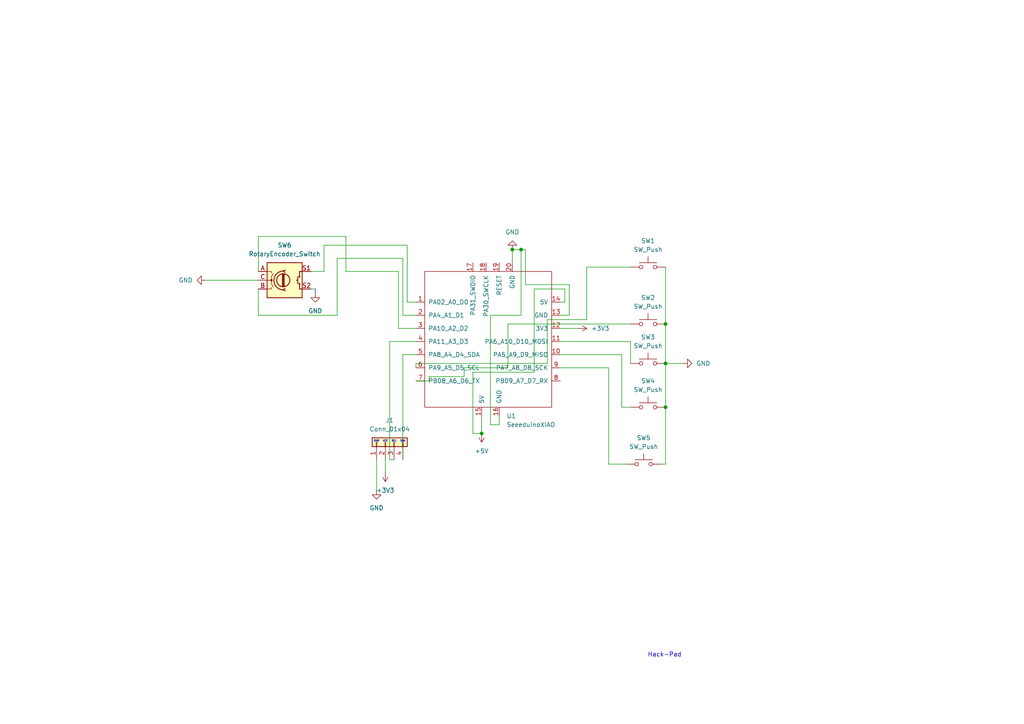
<source format=kicad_sch>
(kicad_sch (version 20250114) (generator "eeschema") (generator_version "9.0")
  (paper "A4")
  (lib_symbols
    (symbol "Connector_Generic:Conn_01x04" (pin_names (offset 1.016) (hide yes))
      (property "Reference" "J" (at 0 5.08 0))
      (property "Value" "Conn_01x04" (at 0 -7.62 0))
      (symbol "Conn_01x04_1_1"
        (rectangle (start -1.27 3.81) (end 1.27 -6.35) (stroke (width 0.254)) (fill (type background)))
        (rectangle (start -1.27 2.667) (end 0 2.413) (stroke (width 0.1524)))
        (rectangle (start -1.27 0.127) (end 0 -0.127) (stroke (width 0.1524)))
        (rectangle (start -1.27 -2.413) (end 0 -2.667) (stroke (width 0.1524)))
        (rectangle (start -1.27 -4.953) (end 0 -5.207) (stroke (width 0.1524)))
        (pin passive line (at -5.08 2.54 0) (length 3.81) (name "Pin_1") (number "1"))
        (pin passive line (at -5.08 0 0) (length 3.81) (name "Pin_2") (number "2"))
        (pin passive line (at -5.08 -2.54 0) (length 3.81) (name "Pin_3") (number "3"))
        (pin passive line (at -5.08 -5.08 0) (length 3.81) (name "Pin_4") (number "4"))
      )
    )
    (symbol "Device:RotaryEncoder_Switch" (pin_names (offset 0.254) (hide yes))
      (property "Reference" "SW" (at 0 6.604 0))
      (property "Value" "RotaryEncoder_Switch" (at 0 -6.604 0))
      (symbol "RotaryEncoder_Switch_0_1"
        (rectangle (start -5.08 5.08) (end 5.08 -5.08) (stroke (width 0.254)) (fill (type background)))
        (polyline (pts (xy -5.08 2.54) (xy -3.81 2.54) (xy -3.81 2.032)))
        (polyline (pts (xy -5.08 0) (xy -3.81 0) (xy -3.81 -1.016) (xy -3.302 -2.032)))
        (polyline (pts (xy -5.08 -2.54) (xy -3.81 -2.54) (xy -3.81 -2.032)))
        (polyline (pts (xy -4.318 0) (xy -3.81 0) (xy -3.81 1.016) (xy -3.302 2.032)))
        (circle (center -3.81 0) (radius 0.254) (fill (type outline)))
        (polyline (pts (xy -0.635 -1.778) (xy -0.635 1.778)) (stroke (width 0.254)))
        (circle (center -0.381 0) (radius 1.905) (stroke (width 0.254)))
        (polyline (pts (xy -0.381 -1.778) (xy -0.381 1.778)) (stroke (width 0.254)))
        (arc (start -0.381 -2.794) (mid -3.0988 -0.0635) (end -0.381 2.667) (stroke (width 0.254)))
        (polyline (pts (xy -0.127 1.778) (xy -0.127 -1.778)) (stroke (width 0.254)))
        (polyline (pts (xy 0.254 2.921) (xy -0.508 2.667) (xy 0.127 2.286)) (stroke (width 0.254)))
        (polyline (pts (xy 0.254 -3.048) (xy -0.508 -2.794) (xy 0.127 -2.413)) (stroke (width 0.254)))
        (polyline (pts (xy 3.81 1.016) (xy 3.81 -1.016)) (stroke (width 0.254)))
        (polyline (pts (xy 3.81 0) (xy 3.429 0)) (stroke (width 0.254)))
        (circle (center 4.318 1.016) (radius 0.127) (stroke (width 0.254)))
        (circle (center 4.318 -1.016) (radius 0.127) (stroke (width 0.254)))
        (polyline (pts (xy 5.08 2.54) (xy 4.318 2.54) (xy 4.318 1.016)) (stroke (width 0.254)))
        (polyline (pts (xy 5.08 -2.54) (xy 4.318 -2.54) (xy 4.318 -1.016)) (stroke (width 0.254)))
      )
      (symbol "RotaryEncoder_Switch_1_1"
        (pin passive line (at -7.62 2.54 0) (length 2.54) (name "A") (number "A"))
        (pin passive line (at -7.62 0 0) (length 2.54) (name "C") (number "C"))
        (pin passive line (at -7.62 -2.54 0) (length 2.54) (name "B") (number "B"))
        (pin passive line (at 7.62 2.54 180) (length 2.54) (name "S1") (number "S1"))
        (pin passive line (at 7.62 -2.54 180) (length 2.54) (name "S2") (number "S2"))
      )
    )
    (symbol "Seeeduino XIAO:SeeeduinoXIAO" (pin_names (offset 1.016))
      (property "Reference" "U" (at -19.05 22.86 0))
      (property "Value" "SeeeduinoXIAO" (at -12.7 21.59 0))
      (symbol "SeeeduinoXIAO_0_1"
        (rectangle (start -19.05 20.32) (end 17.78 -19.05))
      )
      (symbol "SeeeduinoXIAO_1_1"
        (pin unspecified line (at -21.59 11.43 0) (length 2.54) (name "PA02_A0_D0") (number "1"))
        (pin unspecified line (at -21.59 7.62 0) (length 2.54) (name "PA4_A1_D1") (number "2"))
        (pin unspecified line (at -21.59 3.81 0) (length 2.54) (name "PA10_A2_D2") (number "3"))
        (pin unspecified line (at -21.59 0 0) (length 2.54) (name "PA11_A3_D3") (number "4"))
        (pin unspecified line (at -21.59 -3.81 0) (length 2.54) (name "PA8_A4_D4_SDA") (number "5"))
        (pin unspecified line (at -21.59 -7.62 0) (length 2.54) (name "PA9_A5_D5_SCL") (number "6"))
        (pin unspecified line (at -21.59 -11.43 0) (length 2.54) (name "PB08_A6_D6_TX") (number "7"))
        (pin input line (at -5.08 22.86 270) (length 2.54) (name "PA31_SWDIO") (number "17"))
        (pin input line (at -2.54 -21.59 90) (length 2.54) (name "5V") (number "15"))
        (pin input line (at -1.27 22.86 270) (length 2.54) (name "PA30_SWCLK") (number "18"))
        (pin input line (at 2.54 22.86 270) (length 2.54) (name "RESET") (number "19"))
        (pin input line (at 2.54 -21.59 90) (length 2.54) (name "GND") (number "16"))
        (pin input line (at 6.35 22.86 270) (length 2.54) (name "GND") (number "20"))
        (pin unspecified line (at 20.32 11.43 180) (length 2.54) (name "5V") (number "14"))
        (pin unspecified line (at 20.32 7.62 180) (length 2.54) (name "GND") (number "13"))
        (pin unspecified line (at 20.32 3.81 180) (length 2.54) (name "3V3") (number "12"))
        (pin unspecified line (at 20.32 0 180) (length 2.54) (name "PA6_A10_D10_MOSI") (number "11"))
        (pin unspecified line (at 20.32 -3.81 180) (length 2.54) (name "PA5_A9_D9_MISO") (number "10"))
        (pin unspecified line (at 20.32 -7.62 180) (length 2.54) (name "PA7_A8_D8_SCK") (number "9"))
        (pin unspecified line (at 20.32 -11.43 180) (length 2.54) (name "PB09_A7_D7_RX") (number "8"))
      )
    )
    (symbol "Switch:SW_Push" (pin_numbers (hide yes)) (pin_names (offset 1.016) (hide yes))
      (property "Reference" "SW" (at 1.27 2.54 0))
      (property "Value" "SW_Push" (at 0 -1.524 0))
      (symbol "SW_Push_0_1"
        (circle (center -2.032 0) (radius 0.508))
        (polyline (pts (xy 0 1.27) (xy 0 3.048)))
        (circle (center 2.032 0) (radius 0.508))
        (polyline (pts (xy 2.54 1.27) (xy -2.54 1.27)))
        (pin passive line (at -5.08 0 0) (length 2.54) (name "1") (number "1"))
        (pin passive line (at 5.08 0 180) (length 2.54) (name "2") (number "2"))
      )
    )
    (symbol "power:+3V3" (power) (pin_numbers (hide yes)) (pin_names (offset 0) (hide yes))
      (property "Value" "+3V3" (at 0 3.556 0))
      (symbol "+3V3_0_1"
        (polyline (pts (xy -0.762 1.27) (xy 0 2.54)))
        (polyline (pts (xy 0 2.54) (xy 0.762 1.27)))
        (polyline (pts (xy 0 0) (xy 0 2.54)))
      )
      (symbol "+3V3_1_1"
        (pin power_in line (at 0 0 90) (length 0) (name "~") (number "1"))
      )
    )
    (symbol "power:+5V" (power) (pin_numbers (hide yes)) (pin_names (offset 0) (hide yes))
      (property "Value" "+5V" (at 0 3.556 0))
      (symbol "+5V_0_1"
        (polyline (pts (xy -0.762 1.27) (xy 0 2.54)))
        (polyline (pts (xy 0 2.54) (xy 0.762 1.27)))
        (polyline (pts (xy 0 0) (xy 0 2.54)))
      )
      (symbol "+5V_1_1"
        (pin power_in line (at 0 0 90) (length 0) (name "~") (number "1"))
      )
    )
    (symbol "power:GND" (power) (pin_numbers (hide yes)) (pin_names (offset 0) (hide yes))
      (property "Value" "GND" (at 0 -3.81 0))
      (symbol "GND_0_1"
        (polyline (pts (xy 0 0) (xy 0 -1.27) (xy 1.27 -1.27) (xy 0 -2.54) (xy -1.27 -1.27) (xy 0 -1.27)))
      )
      (symbol "GND_1_1"
        (pin power_in line (at 0 0 270) (length 0) (name "~") (number "1"))
      )
    )
  )
  (text "Hack-Pad\n" (at 192.786 189.992 0) (effects (font (size 1.27 1.27))))
  (text "SDA\n" (at 116.84 128.016 0) (effects (font (size 0.508 0.508))))
  (text "SW_Push" (at -95.25 -5.08 0) (effects (font (size 1.27 1.27))))
  (text "SCL" (at 114.3 128.016 0) (effects (font (size 0.508 0.508))))
  (text "VCC\n" (at 111.76 128.016 0) (effects (font (size 0.508 0.508))))
  (text "GND\n" (at 109.22 128.016 0) (effects (font (size 0.508 0.508))))
  (junction (at 193.04 118.11))
  (junction (at 139.7 125.73))
  (junction (at 148.59 72.39))
  (junction (at 193.04 105.41))
  (junction (at 193.04 93.98))
  (junction (at 151.13 72.39))
  (wire (pts (xy 144.78 123.19) (xy 142.24 123.19)))
  (wire (pts (xy 113.03 99.06) (xy 120.65 99.06)))
  (wire (pts (xy 148.59 72.39) (xy 148.59 76.2)))
  (wire (pts (xy 162.56 102.87) (xy 180.34 102.87)))
  (wire (pts (xy 91.44 83.82) (xy 91.44 85.09)) (stroke (width 0) (color 0 0 255 1)))
  (wire (pts (xy 134.62 109.22) (xy 134.62 106.68)))
  (wire (pts (xy 147.32 93.98) (xy 182.88 93.98)))
  (wire (pts (xy 152.4 82.55) (xy 152.4 72.39)))
  (wire (pts (xy 114.3 133.35) (xy 113.03 133.35)))
  (wire (pts (xy 180.34 102.87) (xy 180.34 118.11)))
  (wire (pts (xy 165.1 91.44) (xy 165.1 82.55)))
  (wire (pts (xy 137.16 107.95) (xy 154.94 107.95)))
  (wire (pts (xy 59.69 81.28) (xy 74.93 81.28)))
  (wire (pts (xy 116.84 74.93) (xy 116.84 91.44)))
  (wire (pts (xy 193.04 93.98) (xy 193.04 105.41)))
  (wire (pts (xy 148.59 72.39) (xy 151.13 72.39)))
  (wire (pts (xy 116.84 102.87) (xy 120.65 102.87)))
  (wire (pts (xy 100.33 78.74) (xy 115.57 78.74)))
  (wire (pts (xy 193.04 77.47) (xy 193.04 93.98)))
  (wire (pts (xy 142.24 91.44) (xy 151.13 91.44)))
  (wire (pts (xy 90.17 83.82) (xy 91.44 83.82)))
  (wire (pts (xy 162.56 91.44) (xy 165.1 91.44)))
  (wire (pts (xy 118.11 87.63) (xy 120.65 87.63)))
  (wire (pts (xy 134.62 106.68) (xy 147.32 106.68)))
  (wire (pts (xy 116.84 133.35) (xy 116.84 102.87)))
  (wire (pts (xy 113.03 133.35) (xy 113.03 99.06)))
  (wire (pts (xy 163.83 87.63) (xy 162.56 87.63)))
  (wire (pts (xy 120.65 110.49) (xy 124.46 110.49)))
  (wire (pts (xy 124.46 109.22) (xy 134.62 109.22)))
  (wire (pts (xy 193.04 105.41) (xy 193.04 118.11)))
  (wire (pts (xy 74.93 68.58) (xy 100.33 68.58)))
  (wire (pts (xy 97.79 74.93) (xy 116.84 74.93)))
  (wire (pts (xy 97.79 91.44) (xy 97.79 74.93)))
  (wire (pts (xy 124.46 110.49) (xy 124.46 109.22)))
  (wire (pts (xy 154.94 83.82) (xy 163.83 83.82)))
  (wire (pts (xy 158.75 105.41) (xy 158.75 92.71)))
  (wire (pts (xy 139.7 120.65) (xy 139.7 125.73)))
  (wire (pts (xy 151.13 72.39) (xy 152.4 72.39)))
  (wire (pts (xy 165.1 82.55) (xy 152.4 82.55)))
  (wire (pts (xy 182.88 99.06) (xy 182.88 105.41)))
  (wire (pts (xy 93.98 78.74) (xy 93.98 71.12)))
  (wire (pts (xy 120.65 105.41) (xy 158.75 105.41)))
  (wire (pts (xy 193.04 134.62) (xy 193.04 118.11)))
  (wire (pts (xy 170.18 77.47) (xy 182.88 77.47)))
  (wire (pts (xy 74.93 91.44) (xy 97.79 91.44)))
  (wire (pts (xy 109.22 133.35) (xy 109.22 142.24)))
  (wire (pts (xy 144.78 120.65) (xy 144.78 123.19)))
  (wire (pts (xy 115.57 78.74) (xy 115.57 95.25)))
  (wire (pts (xy 142.24 123.19) (xy 142.24 91.44)))
  (wire (pts (xy 170.18 92.71) (xy 170.18 77.47)))
  (wire (pts (xy 120.65 106.68) (xy 120.65 105.41)))
  (wire (pts (xy 137.16 125.73) (xy 137.16 107.95)))
  (wire (pts (xy 163.83 83.82) (xy 163.83 87.63)))
  (wire (pts (xy 74.93 78.74) (xy 74.93 68.58)))
  (wire (pts (xy 151.13 91.44) (xy 151.13 72.39)))
  (wire (pts (xy 191.77 134.62) (xy 193.04 134.62)))
  (wire (pts (xy 115.57 95.25) (xy 120.65 95.25)))
  (wire (pts (xy 162.56 95.25) (xy 167.64 95.25)))
  (wire (pts (xy 154.94 107.95) (xy 154.94 83.82)))
  (wire (pts (xy 162.56 99.06) (xy 182.88 99.06)))
  (wire (pts (xy 180.34 118.11) (xy 182.88 118.11)))
  (wire (pts (xy 158.75 92.71) (xy 170.18 92.71)))
  (wire (pts (xy 118.11 71.12) (xy 118.11 87.63)))
  (wire (pts (xy 116.84 91.44) (xy 120.65 91.44)))
  (wire (pts (xy 176.53 106.68) (xy 176.53 134.62)))
  (wire (pts (xy 139.7 125.73) (xy 137.16 125.73)))
  (wire (pts (xy 193.04 105.41) (xy 198.12 105.41)))
  (wire (pts (xy 176.53 134.62) (xy 181.61 134.62)))
  (wire (pts (xy 74.93 83.82) (xy 74.93 91.44)))
  (wire (pts (xy 162.56 106.68) (xy 176.53 106.68)))
  (wire (pts (xy 100.33 68.58) (xy 100.33 78.74)))
  (wire (pts (xy 90.17 78.74) (xy 93.98 78.74)))
  (wire (pts (xy 93.98 71.12) (xy 118.11 71.12)))
  (wire (pts (xy 111.76 133.35) (xy 111.76 137.16)))
  (wire (pts (xy 147.32 106.68) (xy 147.32 93.98)))
  (symbol (lib_id "Switch:SW_Push") (at 186.69 134.62 0) (unit 1)
    (property "Reference" "SW5" (at 186.69 127 0))
    (property "Value" "SW_Push" (at 186.69 129.54 0))
    (property "Footprint" "Button_Switch_Keyboard:SW_Cherry_MX_1.00u_PCB" (effects (hide yes)))
    (property "Description" "Push button switch, generic, two pins" (effects (hide yes)))
  )
  (symbol (lib_id "Connector_Generic:Conn_01x04") (at 111.76 128.27 90) (unit 1)
    (property "Reference" "J1" (at 113.03 121.92 90))
    (property "Value" "Conn_01x04" (at 113.03 124.46 90))
    (property "Footprint" "Connector_PinHeader.2.54mm:PinHeader_1x04_P2.54mm_Vertical" (effects (hide yes)))
    (property "Description" "Generic connector, single row, 01x04, script generated (kicad-library-utils/schlib/autogen/connector/)" (effects (hide yes)))
  )
  (symbol (lib_id "power:GND") (at 109.22 142.24 0) (unit 1)
    (property "Reference" "#PWR06" (effects (hide yes)))
    (property "Value" "GND" (at 109.22 147.32 0))
    (property "Description" "Power symbol creates a global label with name \"GND\" , ground" (effects (hide yes)))
  )
  (symbol (lib_id "power:GND") (at 198.12 105.41 90) (unit 1)
    (property "Reference" "#PWR08" (effects (hide yes)))
    (property "Value" "GND" (at 201.93 105.4099 90) (effects (justify right)))
    (property "Description" "Power symbol creates a global label with name \"GND\" , ground" (effects (hide yes)))
  )
  (symbol (lib_id "Seeeduino XIAO:SeeeduinoXIAO") (at 142.24 99.06 0) (unit 1)
    (property "Reference" "U1" (at 146.9233 120.65 0) (effects (justify left)))
    (property "Value" "SeeeduinoXIAO" (at 146.9233 123.19 0) (effects (justify left)))
    (property "Footprint" "XIAO-THT:XIAO-SAMD21-SMD" (effects (hide yes)))
  )
  (symbol (lib_id "power:GND") (at 148.59 72.39 180) (unit 1)
    (property "Reference" "#PWR01" (effects (hide yes)))
    (property "Value" "GND" (at 148.59 67.31 0))
    (property "Description" "Power symbol creates a global label with name \"GND\" , ground" (effects (hide yes)))
  )
  (symbol (lib_id "power:+3V3") (at 111.76 137.16 180) (unit 1)
    (property "Reference" "#PWR07" (effects (hide yes)))
    (property "Value" "+3V3" (at 111.76 142.24 0))
    (property "Description" "Power symbol creates a global label with name \"+3V3\"" (effects (hide yes)))
  )
  (symbol (lib_id "power:GND") (at 59.69 81.28 270) (unit 1)
    (property "Reference" "#PWR05" (effects (hide yes)))
    (property "Value" "GND" (at 55.88 81.2799 90) (effects (justify right)))
    (property "Description" "Power symbol creates a global label with name \"GND\" , ground" (effects (hide yes)))
  )
  (symbol (lib_id "Switch:SW_Push") (at 187.96 118.11 0) (unit 1)
    (property "Reference" "SW4" (at 187.96 110.49 0))
    (property "Value" "SW_Push" (at 187.96 113.03 0))
    (property "Footprint" "Button_Switch_Keyboard:SW_Cherry_MX_1.00u_PCB" (effects (hide yes)))
    (property "Description" "Push button switch, generic, two pins" (effects (hide yes)))
  )
  (symbol (lib_id "power:+3V3") (at 167.64 95.25 270) (unit 1)
    (property "Reference" "#PWR03" (effects (hide yes)))
    (property "Value" "+3V3" (at 171.45 95.2499 90) (effects (justify left)))
    (property "Description" "Power symbol creates a global label with name \"+3V3\"" (effects (hide yes)))
  )
  (symbol (lib_id "Switch:SW_Push") (at 187.96 105.41 0) (unit 1)
    (property "Reference" "SW3" (at 187.96 97.79 0))
    (property "Value" "SW_Push" (at 187.96 100.33 0))
    (property "Footprint" "Button_Switch_Keyboard:SW_Cherry_MX_1.00u_PCB" (effects (hide yes)))
    (property "Description" "Push button switch, generic, two pins" (effects (hide yes)))
  )
  (symbol (lib_id "power:GND") (at 91.44 85.09 0) (unit 1)
    (property "Reference" "#PWR04" (effects (hide yes)))
    (property "Value" "GND" (at 91.44 90.17 0))
    (property "Description" "Power symbol creates a global label with name \"GND\" , ground" (effects (hide yes)))
  )
  (symbol (lib_id "Device:RotaryEncoder_Switch") (at 82.55 81.28 0) (unit 1)
    (property "Reference" "SW6" (at 82.55 71.12 0))
    (property "Value" "RotaryEncoder_Switch" (at 82.55 73.66 0))
    (property "Footprint" "Rotary_Encoder:RotaryEncoder_Alps_EC11E-Switch_Vertical_H20mm" (effects (hide yes)))
    (property "Description" "Rotary encoder, dual channel, incremental quadrate outputs, with switch" (effects (hide yes)))
  )
  (symbol (lib_id "Switch:SW_Push") (at 187.96 93.98 0) (unit 1)
    (property "Reference" "SW2" (at 187.96 86.36 0))
    (property "Value" "SW_Push" (at 187.96 88.9 0))
    (property "Footprint" "Button_Switch_Keyboard:SW_Cherry_MX_1.00u_PCB" (effects (hide yes)))
    (property "Description" "Push button switch, generic, two pins" (effects (hide yes)))
  )
  (symbol (lib_id "Switch:SW_Push") (at 187.96 77.47 0) (unit 1)
    (property "Reference" "SW1" (at 187.96 69.85 0))
    (property "Value" "SW_Push" (at 187.96 72.39 0))
    (property "Footprint" "Button_Switch_Keyboard:SW_Cherry_MX_1.00u_PCB" (effects (hide yes)))
    (property "Description" "Push button switch, generic, two pins" (effects (hide yes)))
  )
  (symbol (lib_id "power:+5V") (at 139.7 125.73 180) (unit 1)
    (property "Reference" "#PWR02" (effects (hide yes)))
    (property "Value" "+5V" (at 139.7 130.81 0))
    (property "Description" "Power symbol creates a global label with name \"+5V\"" (effects (hide yes)))
  )
)
</source>
